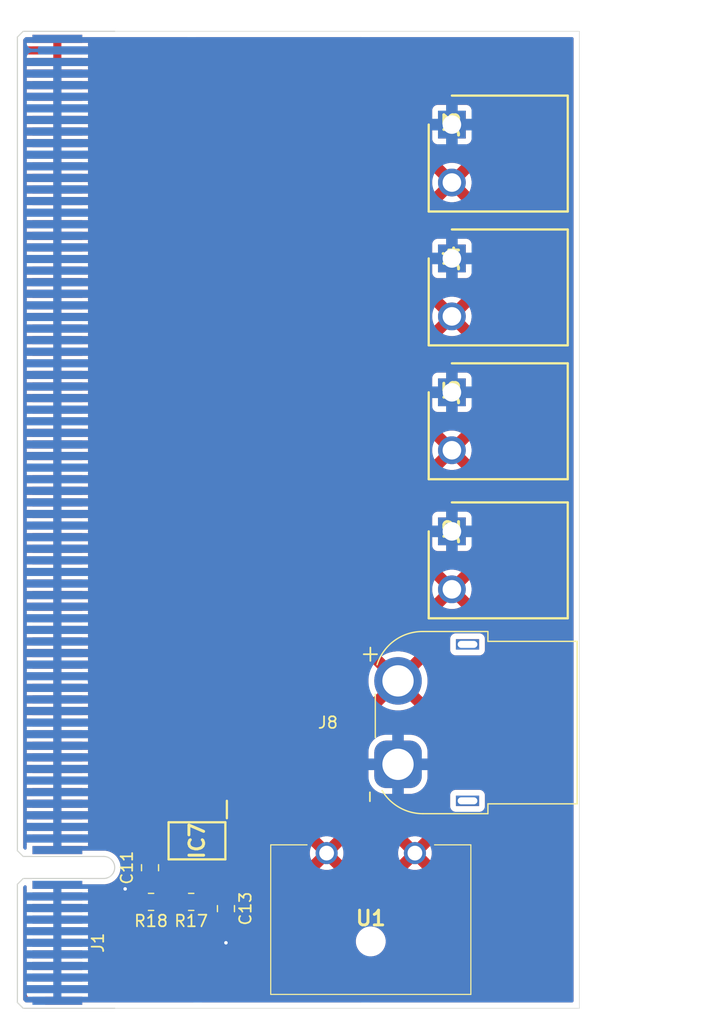
<source format=kicad_pcb>
(kicad_pcb (version 20241229) (generator "pcbnew") (generator_version "9.0")
  (layers (0 "F.Cu" signal) (2 "B.Cu" signal) (13 "F.Paste" user) (15 "B.Paste" user) (5 "F.SilkS" user "F.Silkscreen") (7 "B.SilkS" user "B.Silkscreen") (1 "F.Mask" user) (3 "B.Mask" user) (25 "Edge.Cuts" user))
  (net 0 "")
  (net 1 "Net-(IC7-FILTER)")
  (net 2 "GND")
  (net 3 "+5V")
  (net 4 "/14V8")
  (net 5 "/14V8_OUT")
  (net 6 "/SYS_V")
  (net 7 "/SYS_READ")
  (net 8 "/14V8_OUT_PROTECTED")
  (footprint "Resistor_SMD:R_0805_2012Metric" (layer "F.Cu") (at 53.0375 94.47 180)
    (property "Reference" "R18" (at 0 -1.65 0) (layer "F.SilkS"))
    (property "Value" "4k7" (hide yes))
    (fp_line (start -0.227064 0.735) (end 0.227064 0.735) (stroke (width 0.12)) (layer "F.SilkS"))
    (fp_line (start -0.227064 -0.735) (end 0.227064 -0.735) (stroke (width 0.12)) (layer "F.SilkS"))
    (pad "1" smd roundrect (at -0.9125 0 180) (size 1.025 1.4) (layers "F.Cu" "F.Mask" "F.Paste") (roundrect_rratio 0.243902) (net 7 "/SYS_READ"))
    (pad "2" smd roundrect (at 0.9125 0 180) (size 1.025 1.4) (layers "F.Cu" "F.Mask" "F.Paste") (roundrect_rratio 0.243902) (net 2 "GND"))
  )
  (footprint "iprl_footprints:01530007Z" (layer "F.Cu") (at 72 96)
    (property "Reference" "U1" (at 0 -0.121 0) (layer "F.SilkS") (effects (font (size 1.27 1.27) (thickness 0.254))))
    (property "Value" "01530007Z" (hide yes))
    (fp_line (start -8.636 -6.452) (end -8.636 6.452) (stroke (width 0.1)) (layer "F.SilkS"))
    (fp_line (start -8.636 6.452) (end 8.636 6.452) (stroke (width 0.1)) (layer "F.SilkS"))
    (fp_line (start -5.5 -6.452) (end -8.636 -6.452) (stroke (width 0.1)) (layer "F.SilkS"))
    (fp_line (start 8.636 -6.452) (end 5.5 -6.452) (stroke (width 0.1)) (layer "F.SilkS"))
    (fp_line (start 8.636 6.452) (end 8.636 -6.452) (stroke (width 0.1)) (layer "F.SilkS"))
    (pad "" np_thru_hole circle (at 0 1.88) (size 2.0828 2.0828) (drill 2.0828) (layers "*.Cu" "*.Mask"))
    (pad "1" thru_hole circle (at -3.81 -5.74) (size 1.905 1.905) (drill 1.27) (layers "*.Cu" "*.Mask") (net 5 "/14V8_OUT"))
    (pad "2" thru_hole circle (at 3.81 -5.74) (size 1.905 1.905) (drill 1.27) (layers "*.Cu" "*.Mask") (net 8 "/14V8_OUT_PROTECTED"))
  )
  (footprint "iprl_footprints:SOIC127P600X175-8N" (layer "F.Cu") (at 57 89.2 -90)
    (property "Reference" "IC7" (at 0 0 90) (layer "F.SilkS") (effects (font (size 1.27 1.27) (thickness 0.254))))
    (property "Value" "ACS712ELCTR-20A-T" (hide yes))
    (fp_line (start -1.6 2.45) (end -1.6 -2.45) (stroke (width 0.2)) (layer "F.SilkS"))
    (fp_line (start 1.6 2.45) (end -1.6 2.45) (stroke (width 0.2)) (layer "F.SilkS"))
    (fp_line (start -1.6 -2.45) (end 1.6 -2.45) (stroke (width 0.2)) (layer "F.SilkS"))
    (fp_line (start 1.6 -2.45) (end 1.6 2.45) (stroke (width 0.2)) (layer "F.SilkS"))
    (fp_line (start -3.45 -2.58) (end -1.95 -2.58) (stroke (width 0.2)) (layer "F.SilkS"))
    (pad "1" smd rect (at -2.7 -1.905) (size 0.65 1.5) (layers "F.Cu" "F.Mask" "F.Paste") (net 5 "/14V8_OUT"))
    (pad "2" smd rect (at -2.7 -0.635) (size 0.65 1.5) (layers "F.Cu" "F.Mask" "F.Paste") (net 5 "/14V8_OUT"))
    (pad "3" smd rect (at -2.7 0.635) (size 0.65 1.5) (layers "F.Cu" "F.Mask" "F.Paste") (net 4 "/14V8"))
    (pad "4" smd rect (at -2.7 1.905) (size 0.65 1.5) (layers "F.Cu" "F.Mask" "F.Paste") (net 4 "/14V8"))
    (pad "5" smd rect (at 2.7 1.905) (size 0.65 1.5) (layers "F.Cu" "F.Mask" "F.Paste") (net 2 "GND"))
    (pad "6" smd rect (at 2.7 0.635) (size 0.65 1.5) (layers "F.Cu" "F.Mask" "F.Paste") (net 1 "Net-(IC7-FILTER)"))
    (pad "7" smd rect (at 2.7 -0.635) (size 0.65 1.5) (layers "F.Cu" "F.Mask" "F.Paste") (net 6 "/SYS_V"))
    (pad "8" smd rect (at 2.7 -1.905) (size 0.65 1.5) (layers "F.Cu" "F.Mask" "F.Paste") (net 3 "+5V"))
  )
  (footprint "Connector_AMASS:AMASS_XT60PW-F_1x02_P7.20mm_Horizontal" (layer "F.Cu") (at 74.35 82.6 -90)
    (property "Reference" "J8" (at -3.6 6.05 180) (layer "F.SilkS"))
    (property "Value" "Conn_01x02")
    (fp_line (start -6.05 1.96) (end -2.31 1.96) (stroke (width 0.12)) (layer "F.SilkS"))
    (fp_line (start -11.46 -7.76) (end -11.46 -2.15) (stroke (width 0.12)) (layer "F.SilkS"))
    (fp_line (start -11.46 -7.76) (end -10.61 -7.76) (stroke (width 0.12)) (layer "F.SilkS"))
    (fp_line (start 3.41 -7.76) (end 4.26 -7.76) (stroke (width 0.12)) (layer "F.SilkS"))
    (fp_line (start 4.26 -7.76) (end 4.26 -2.15) (stroke (width 0.12)) (layer "F.SilkS"))
    (fp_line (start -10.61 -15.46) (end -10.61 -7.76) (stroke (width 0.12)) (layer "F.SilkS"))
    (fp_line (start -10.61 -15.46) (end 3.41 -15.46) (stroke (width 0.12)) (layer "F.SilkS"))
    (fp_line (start 3.41 -15.46) (end 3.41 -7.76) (stroke (width 0.12)) (layer "F.SilkS"))
    (fp_arc (start -8.5899 1.808718) (mid -10.677645 0.302568) (end -11.46 -2.15) (stroke (width 0.12)) (layer "F.SilkS"))
    (fp_arc (start 4.26 -2.15) (mid 3.727162 -0.126139) (end 2.266806 1.372958) (stroke (width 0.12)) (layer "F.SilkS"))
    (fp_text user "+" (at -9.5 2.5 90) (layer "F.SilkS") (effects (font (size 1.5 1.5))))
    (fp_text user "-" (at 2.8 2.5 90) (layer "F.SilkS"))
    (pad "" thru_hole rect (at -10.35 -6 270) (size 0.9 2) (drill oval 0.6 1.7) (layers "*.Cu" "*.Mask"))
    (pad "" thru_hole rect (at 3.15 -6 270) (size 0.9 2) (drill oval 0.6 1.7) (layers "*.Cu" "*.Mask"))
    (pad "1" thru_hole roundrect (at 0 0 270) (size 4.1 4.1) (drill 2.7) (layers "*.Cu" "*.Mask") (net 2 "GND"))
    (pad "2" thru_hole circle (at -7.2 0 270) (size 4.1 4.1) (drill 2.7) (layers "*.Cu" "*.Mask") (net 8 "/14V8_OUT_PROTECTED"))
  )
  (footprint "iprl_footprints:SHDR2W100P0X500_1X2_1000X1200X850P" (layer "F.Cu") (at 79 50.5 -90)
    (property "Reference" "J5" (at 0 0 90) (layer "F.SilkS") (effects (font (size 1.27 1.27) (thickness 0.254))))
    (property "Value" "691312710002" (hide yes))
    (fp_line (start 0 2) (end 7.5 2) (stroke (width 0.2)) (layer "F.SilkS"))
    (fp_line (start 7.5 2) (end 7.5 -10) (stroke (width 0.2)) (layer "F.SilkS"))
    (fp_line (start -2.5 -10) (end -2.5 0) (stroke (width 0.2)) (layer "F.SilkS"))
    (fp_line (start 7.5 -10) (end -2.5 -10) (stroke (width 0.2)) (layer "F.SilkS"))
    (pad "1" thru_hole rect (at 0 0 270) (size 2.4 2.4) (drill 1.6) (layers "*.Cu" "*.Mask") (net 2 "GND"))
    (pad "2" thru_hole circle (at 5 0 270) (size 2.4 2.4) (drill 1.6) (layers "*.Cu" "*.Mask") (net 8 "/14V8_OUT_PROTECTED"))
  )
  (footprint "Resistor_SMD:R_0805_2012Metric" (layer "F.Cu") (at 56.5 94.47 180)
    (property "Reference" "R17" (at 0 -1.65 0) (layer "F.SilkS"))
    (property "Value" "1k69" (hide yes))
    (fp_line (start -0.227064 0.735) (end 0.227064 0.735) (stroke (width 0.12)) (layer "F.SilkS"))
    (fp_line (start -0.227064 -0.735) (end 0.227064 -0.735) (stroke (width 0.12)) (layer "F.SilkS"))
    (pad "1" smd roundrect (at -0.9125 0 180) (size 1.025 1.4) (layers "F.Cu" "F.Mask" "F.Paste") (roundrect_rratio 0.243902) (net 6 "/SYS_V"))
    (pad "2" smd roundrect (at 0.9125 0 180) (size 1.025 1.4) (layers "F.Cu" "F.Mask" "F.Paste") (roundrect_rratio 0.243902) (net 7 "/SYS_READ"))
  )
  (footprint "iprl_footprints:SHDR2W100P0X500_1X2_1000X1200X850P" (layer "F.Cu") (at 79 27.4 -90)
    (property "Reference" "J3" (at 0 0 90) (layer "F.SilkS") (effects (font (size 1.27 1.27) (thickness 0.254))))
    (property "Value" "691312710002" (hide yes))
    (fp_line (start 0 2) (end 7.5 2) (stroke (width 0.2)) (layer "F.SilkS"))
    (fp_line (start 7.5 2) (end 7.5 -10) (stroke (width 0.2)) (layer "F.SilkS"))
    (fp_line (start -2.5 -10) (end -2.5 0) (stroke (width 0.2)) (layer "F.SilkS"))
    (fp_line (start 7.5 -10) (end -2.5 -10) (stroke (width 0.2)) (layer "F.SilkS"))
    (pad "1" thru_hole rect (at 0 0 270) (size 2.4 2.4) (drill 1.6) (layers "*.Cu" "*.Mask") (net 2 "GND"))
    (pad "2" thru_hole circle (at 5 0 270) (size 2.4 2.4) (drill 1.6) (layers "*.Cu" "*.Mask") (net 8 "/14V8_OUT_PROTECTED"))
  )
  (footprint "Capacitor_SMD:C_0805_2012Metric" (layer "F.Cu") (at 52.95 91.52 -90)
    (property "Reference" "C11" (at 0 2 90) (layer "F.SilkS"))
    (property "Value" "1n" (hide yes))
    (fp_line (start -0.261252 0.735) (end 0.261252 0.735) (stroke (width 0.12)) (layer "F.SilkS"))
    (fp_line (start -0.261252 -0.735) (end 0.261252 -0.735) (stroke (width 0.12)) (layer "F.SilkS"))
    (pad "1" smd roundrect (at -0.95 0 270) (size 1 1.45) (layers "F.Cu" "F.Mask" "F.Paste") (net 1 "Net-(IC7-FILTER)"))
    (pad "2" smd roundrect (at 0.95 0 270) (size 1 1.45) (layers "F.Cu" "F.Mask" "F.Paste") (net 2 "GND"))
  )
  (footprint "Capacitor_SMD:C_0805_2012Metric" (layer "F.Cu") (at 59.5 95.05 -90)
    (property "Reference" "C13" (at 0 -1.68 90) (layer "F.SilkS"))
    (property "Value" "100n" (hide yes))
    (fp_line (start -0.261252 0.735) (end 0.261252 0.735) (stroke (width 0.12)) (layer "F.SilkS"))
    (fp_line (start -0.261252 -0.735) (end 0.261252 -0.735) (stroke (width 0.12)) (layer "F.SilkS"))
    (pad "1" smd roundrect (at -0.95 0 270) (size 1 1.45) (layers "F.Cu" "F.Mask" "F.Paste") (net 3 "+5V"))
    (pad "2" smd roundrect (at 0.95 0 270) (size 1 1.45) (layers "F.Cu" "F.Mask" "F.Paste") (net 2 "GND"))
  )
  (footprint "iprl_footprints:SHDR2W100P0X500_1X2_1000X1200X850P" (layer "F.Cu") (at 79 38.95 -90)
    (property "Reference" "J4" (at 0 0 90) (layer "F.SilkS") (effects (font (size 1.27 1.27) (thickness 0.254))))
    (property "Value" "691312710002" (hide yes))
    (fp_line (start 0 2) (end 7.5 2) (stroke (width 0.2)) (layer "F.SilkS"))
    (fp_line (start 7.5 2) (end 7.5 -10) (stroke (width 0.2)) (layer "F.SilkS"))
    (fp_line (start -2.5 -10) (end -2.5 0) (stroke (width 0.2)) (layer "F.SilkS"))
    (fp_line (start 7.5 -10) (end -2.5 -10) (stroke (width 0.2)) (layer "F.SilkS"))
    (pad "1" thru_hole rect (at 0 0 270) (size 2.4 2.4) (drill 1.6) (layers "*.Cu" "*.Mask") (net 2 "GND"))
    (pad "2" thru_hole circle (at 5 0 270) (size 2.4 2.4) (drill 1.6) (layers "*.Cu" "*.Mask") (net 8 "/14V8_OUT_PROTECTED"))
  )
  (footprint "iprl_footprints:SHDR2W100P0X500_1X2_1000X1200X850P" (layer "F.Cu") (at 79 62.5 -90)
    (property "Reference" "J2" (at 0 0 90) (layer "F.SilkS") (effects (font (size 1.27 1.27) (thickness 0.254))))
    (property "Value" "691312710002" (hide yes))
    (fp_line (start 0 2) (end 7.5 2) (stroke (width 0.2)) (layer "F.SilkS"))
    (fp_line (start 7.5 2) (end 7.5 -10) (stroke (width 0.2)) (layer "F.SilkS"))
    (fp_line (start -2.5 -10) (end -2.5 0) (stroke (width 0.2)) (layer "F.SilkS"))
    (fp_line (start 7.5 -10) (end -2.5 -10) (stroke (width 0.2)) (layer "F.SilkS"))
    (pad "1" thru_hole rect (at 0 0 270) (size 2.4 2.4) (drill 1.6) (layers "*.Cu" "*.Mask") (net 2 "GND"))
    (pad "2" thru_hole circle (at 5 0 270) (size 2.4 2.4) (drill 1.6) (layers "*.Cu" "*.Mask") (net 8 "/14V8_OUT_PROTECTED"))
  )
  (footprint "Connector_PCBEdge:BUS_PCIexpress_x16" (layer "B.Cu") (at 44.95 103 90)
    (property "Reference" "J1" (at 5 3.5 270) (layer "F.SilkS"))
    (property "Value" "PCIE-164-02-F-D-TH-TR")
    (fp_line (start 12.95 -3.45) (end 83.15 -3.45) (stroke (width 0.1)) (layer "Edge.Cuts"))
    (fp_line (start -0.15 -3.45) (end 10.05 -3.45) (stroke (width 0.1)) (layer "Edge.Cuts"))
    (fp_line (start 83.65 -2.95) (end 83.15 -3.45) (stroke (width 0.1)) (layer "Edge.Cuts"))
    (fp_line (start 12.45 -2.95) (end 12.95 -3.45) (stroke (width 0.1)) (layer "Edge.Cuts"))
    (fp_line (start 10.55 -2.95) (end 10.05 -3.45) (stroke (width 0.1)) (layer "Edge.Cuts"))
    (fp_line (start -0.65 -2.95) (end -0.15 -3.45) (stroke (width 0.1)) (layer "Edge.Cuts"))
    (fp_line (start 12.45 4) (end 12.45 -2.95) (stroke (width 0.1)) (layer "Edge.Cuts"))
    (fp_line (start 10.55 4) (end 10.55 -2.95) (stroke (width 0.1)) (layer "Edge.Cuts"))
    (fp_line (start 83.65 4.95) (end 83.65 -2.95) (stroke (width 0.1)) (layer "Edge.Cuts"))
    (fp_line (start -0.65 4.95) (end -0.65 -2.95) (stroke (width 0.1)) (layer "Edge.Cuts"))
    (fp_arc (start 12.45 4) (mid 11.5 4.95) (end 10.55 4) (stroke (width 0.1)) (layer "Edge.Cuts"))
    (pad "A1" connect rect (at 0 0.55 90) (size 0.7 3.2) (layers "F.Cu" "F.Mask") (net 7 "/SYS_READ"))
    (pad "A2" connect rect (at 1 0 90) (size 0.7 4.3) (layers "F.Cu" "F.Mask") (net 7 "/SYS_READ"))
    (pad "A3" connect rect (at 2 0 90) (size 0.7 4.3) (layers "F.Cu" "F.Mask") (net 7 "/SYS_READ"))
    (pad "A4" connect rect (at 3 0 90) (size 0.7 4.3) (layers "F.Cu" "F.Mask") (net 7 "/SYS_READ"))
    (pad "A5" connect rect (at 4 0 90) (size 0.7 4.3) (layers "F.Cu" "F.Mask") (net 7 "/SYS_READ"))
    (pad "A6" connect rect (at 5 0 90) (size 0.7 4.3) (layers "F.Cu" "F.Mask") (net 7 "/SYS_READ"))
    (pad "A7" connect rect (at 6 0 90) (size 0.7 4.3) (layers "F.Cu" "F.Mask") (net 7 "/SYS_READ"))
    (pad "A8" connect rect (at 7 0 90) (size 0.7 4.3) (layers "F.Cu" "F.Mask") (net 7 "/SYS_READ"))
    (pad "A9" connect rect (at 8 0 90) (size 0.7 4.3) (layers "F.Cu" "F.Mask") (net 7 "/SYS_READ"))
    (pad "A10" connect rect (at 9 0 90) (size 0.7 4.3) (layers "F.Cu" "F.Mask") (net 7 "/SYS_READ"))
    (pad "A11" connect rect (at 10 0 90) (size 0.7 4.3) (layers "F.Cu" "F.Mask") (net 7 "/SYS_READ"))
    (pad "A12" connect rect (at 13 0 90) (size 0.7 4.3) (layers "F.Cu" "F.Mask") (net 4 "/14V8"))
    (pad "A13" connect rect (at 14 0 90) (size 0.7 4.3) (layers "F.Cu" "F.Mask") (net 4 "/14V8"))
    (pad "A14" connect rect (at 15 0 90) (size 0.7 4.3) (layers "F.Cu" "F.Mask") (net 4 "/14V8"))
    (pad "A15" connect rect (at 16 0 90) (size 0.7 4.3) (layers "F.Cu" "F.Mask") (net 4 "/14V8"))
    (pad "A16" connect rect (at 17 0 90) (size 0.7 4.3) (layers "F.Cu" "F.Mask") (net 4 "/14V8"))
    (pad "A17" connect rect (at 18 0 90) (size 0.7 4.3) (layers "F.Cu" "F.Mask") (net 4 "/14V8"))
    (pad "A18" connect rect (at 19 0 90) (size 0.7 4.3) (layers "F.Cu" "F.Mask") (net 4 "/14V8"))
    (pad "A19" connect rect (at 20 0 90) (size 0.7 4.3) (layers "F.Cu" "F.Mask") (net 4 "/14V8"))
    (pad "A20" connect rect (at 21 0 90) (size 0.7 4.3) (layers "F.Cu" "F.Mask") (net 4 "/14V8"))
    (pad "A21" connect rect (at 22 0 90) (size 0.7 4.3) (layers "F.Cu" "F.Mask") (net 4 "/14V8"))
    (pad "A22" connect rect (at 23 0 90) (size 0.7 4.3) (layers "F.Cu" "F.Mask") (net 4 "/14V8"))
    (pad "A23" connect rect (at 24 0 90) (size 0.7 4.3) (layers "F.Cu" "F.Mask") (net 4 "/14V8"))
    (pad "A24" connect rect (at 25 0 90) (size 0.7 4.3) (layers "F.Cu" "F.Mask") (net 4 "/14V8"))
    (pad "A25" connect rect (at 26 0 90) (size 0.7 4.3) (layers "F.Cu" "F.Mask") (net 4 "/14V8"))
    (pad "A26" connect rect (at 27 0 90) (size 0.7 4.3) (layers "F.Cu" "F.Mask") (net 4 "/14V8"))
    (pad "A27" connect rect (at 28 0 90) (size 0.7 4.3) (layers "F.Cu" "F.Mask") (net 4 "/14V8"))
    (pad "A28" connect rect (at 29 0 90) (size 0.7 4.3) (layers "F.Cu" "F.Mask") (net 4 "/14V8"))
    (pad "A29" connect rect (at 30 0 90) (size 0.7 4.3) (layers "F.Cu" "F.Mask") (net 4 "/14V8"))
    (pad "A30" connect rect (at 31 0 90) (size 0.7 4.3) (layers "F.Cu" "F.Mask") (net 4 "/14V8"))
    (pad "A31" connect rect (at 32 0 90) (size 0.7 4.3) (layers "F.Cu" "F.Mask") (net 4 "/14V8"))
    (pad "A32" connect rect (at 33 0 90) (size 0.7 4.3) (layers "F.Cu" "F.Mask") (net 4 "/14V8"))
    (pad "A33" connect rect (at 34 0 90) (size 0.7 4.3) (layers "F.Cu" "F.Mask") (net 4 "/14V8"))
    (pad "A34" connect rect (at 35 0 90) (size 0.7 4.3) (layers "F.Cu" "F.Mask") (net 4 "/14V8"))
    (pad "A35" connect rect (at 36 0 90) (size 0.7 4.3) (layers "F.Cu" "F.Mask") (net 4 "/14V8"))
    (pad "A36" connect rect (at 37 0 90) (size 0.7 4.3) (layers "F.Cu" "F.Mask") (net 4 "/14V8"))
    (pad "A37" connect rect (at 38 0 90) (size 0.7 4.3) (layers "F.Cu" "F.Mask") (net 4 "/14V8"))
    (pad "A38" connect rect (at 39 0 90) (size 0.7 4.3) (layers "F.Cu" "F.Mask") (net 4 "/14V8"))
    (pad "A39" connect rect (at 40 0 90) (size 0.7 4.3) (layers "F.Cu" "F.Mask") (net 4 "/14V8"))
    (pad "A40" connect rect (at 41 0 90) (size 0.7 4.3) (layers "F.Cu" "F.Mask") (net 4 "/14V8"))
    (pad "A41" connect rect (at 42 0 90) (size 0.7 4.3) (layers "F.Cu" "F.Mask") (net 4 "/14V8"))
    (pad "A42" connect rect (at 43 0 90) (size 0.7 4.3) (layers "F.Cu" "F.Mask") (net 4 "/14V8"))
    (pad "A43" connect rect (at 44 0 90) (size 0.7 4.3) (layers "F.Cu" "F.Mask") (net 4 "/14V8"))
    (pad "A44" connect rect (at 45 0 90) (size 0.7 4.3) (layers "F.Cu" "F.Mask") (net 4 "/14V8"))
    (pad "A45" connect rect (at 46 0 90) (size 0.7 4.3) (layers "F.Cu" "F.Mask") (net 4 "/14V8"))
    (pad "A46" connect rect (at 47 0 90) (size 0.7 4.3) (layers "F.Cu" "F.Mask") (net 4 "/14V8"))
    (pad "A47" connect rect (at 48 0 90) (size 0.7 4.3) (layers "F.Cu" "F.Mask") (net 4 "/14V8"))
    (pad "A48" connect rect (at 49 0 90) (size 0.7 4.3) (layers "F.Cu" "F.Mask") (net 4 "/14V8"))
    (pad "A49" connect rect (at 50 0 90) (size 0.7 4.3) (layers "F.Cu" "F.Mask") (net 4 "/14V8"))
    (pad "A50" connect rect (at 51 0 90) (size 0.7 4.3) (layers "F.Cu" "F.Mask") (net 4 "/14V8"))
    (pad "A51" connect rect (at 52 0 90) (size 0.7 4.3) (layers "F.Cu" "F.Mask") (net 4 "/14V8"))
    (pad "A52" connect rect (at 53 0 90) (size 0.7 4.3) (layers "F.Cu" "F.Mask") (net 4 "/14V8"))
    (pad "A53" connect rect (at 54 0 90) (size 0.7 4.3) (layers "F.Cu" "F.Mask") (net 4 "/14V8"))
    (pad "A54" connect rect (at 55 0 90) (size 0.7 4.3) (layers "F.Cu" "F.Mask") (net 4 "/14V8"))
    (pad "A55" connect rect (at 56 0 90) (size 0.7 4.3) (layers "F.Cu" "F.Mask") (net 4 "/14V8"))
    (pad "A56" connect rect (at 57 0 90) (size 0.7 4.3) (layers "F.Cu" "F.Mask") (net 4 "/14V8"))
    (pad "A57" connect rect (at 58 0 90) (size 0.7 4.3) (layers "F.Cu" "F.Mask") (net 4 "/14V8"))
    (pad "A58" connect rect (at 59 0 90) (size 0.7 4.3) (layers "F.Cu" "F.Mask") (net 4 "/14V8"))
    (pad "A59" connect rect (at 60 0 90) (size 0.7 4.3) (layers "F.Cu" "F.Mask") (net 4 "/14V8"))
    (pad "A60" connect rect (at 61 0 90) (size 0.7 4.3) (layers "F.Cu" "F.Mask") (net 4 "/14V8"))
    (pad "A61" connect rect (at 62 0 90) (size 0.7 4.3) (layers "F.Cu" "F.Mask") (net 4 "/14V8"))
    (pad "A62" connect rect (at 63 0 90) (size 0.7 4.3) (layers "F.Cu" "F.Mask") (net 4 "/14V8"))
    (pad "A63" connect rect (at 64 0 90) (size 0.7 4.3) (layers "F.Cu" "F.Mask") (net 4 "/14V8"))
    (pad "A64" connect rect (at 65 0 90) (size 0.7 4.3) (layers "F.Cu" "F.Mask") (net 4 "/14V8"))
    (pad "A65" connect rect (at 66 0 90) (size 0.7 4.3) (layers "F.Cu" "F.Mask") (net 4 "/14V8"))
    (pad "A66" connect rect (at 67 0 90) (size 0.7 4.3) (layers "F.Cu" "F.Mask") (net 4 "/14V8"))
    (pad "A67" connect rect (at 68 0 90) (size 0.7 4.3) (layers "F.Cu" "F.Mask") (net 4 "/14V8"))
    (pad "A68" connect rect (at 69 0 90) (size 0.7 4.3) (layers "F.Cu" "F.Mask") (net 4 "/14V8"))
    (pad "A69" connect rect (at 70 0 90) (size 0.7 4.3) (layers "F.Cu" "F.Mask") (net 4 "/14V8"))
    (pad "A70" connect rect (at 71 0 90) (size 0.7 4.3) (layers "F.Cu" "F.Mask") (net 4 "/14V8"))
    (pad "A71" connect rect (at 72 0 90) (size 0.7 4.3) (layers "F.Cu" "F.Mask") (net 4 "/14V8"))
    (pad "A72" connect rect (at 73 0 90) (size 0.7 4.3) (layers "F.Cu" "F.Mask") (net 4 "/14V8"))
    (pad "A73" connect rect (at 74 0 90) (size 0.7 4.3) (layers "F.Cu" "F.Mask") (net 4 "/14V8"))
    (pad "A74" connect rect (at 75 0 90) (size 0.7 4.3) (layers "F.Cu" "F.Mask") (net 4 "/14V8"))
    (pad "A75" connect rect (at 76 0 90) (size 0.7 4.3) (layers "F.Cu" "F.Mask") (net 4 "/14V8"))
    (pad "A76" connect rect (at 77 0 90) (size 0.7 4.3) (layers "F.Cu" "F.Mask") (net 4 "/14V8"))
    (pad "A77" connect rect (at 78 0 90) (size 0.7 4.3) (layers "F.Cu" "F.Mask") (net 4 "/14V8"))
    (pad "A78" connect rect (at 79 0 90) (size 0.7 4.3) (layers "F.Cu" "F.Mask") (net 4 "/14V8"))
    (pad "A79" connect rect (at 80 0 90) (size 0.7 4.3) (layers "F.Cu" "F.Mask") (net 4 "/14V8"))
    (pad "A80" connect rect (at 81 0 90) (size 0.7 4.3) (layers "F.Cu" "F.Mask") (net 4 "/14V8"))
    (pad "A81" connect rect (at 82 0 90) (size 0.7 4.3) (layers "F.Cu" "F.Mask") (net 4 "/14V8"))
    (pad "A82" connect rect (at 83 0 90) (size 0.7 4.3) (layers "F.Cu" "F.Mask") (net 4 "/14V8"))
    (pad "B1" connect rect (at 0 0 90) (size 0.7 4.3) (layers "B.Cu" "B.Mask") (net 2 "GND"))
    (pad "B2" connect rect (at 1 0 90) (size 0.7 4.3) (layers "B.Cu" "B.Mask") (net 2 "GND"))
    (pad "B3" connect rect (at 2 0 90) (size 0.7 4.3) (layers "B.Cu" "B.Mask") (net 2 "GND"))
    (pad "B4" connect rect (at 3 0 90) (size 0.7 4.3) (layers "B.Cu" "B.Mask") (net 2 "GND"))
    (pad "B5" connect rect (at 4 0 90) (size 0.7 4.3) (layers "B.Cu" "B.Mask") (net 2 "GND"))
    (pad "B6" connect rect (at 5 0 90) (size 0.7 4.3) (layers "B.Cu" "B.Mask") (net 2 "GND"))
    (pad "B7" connect rect (at 6 0 90) (size 0.7 4.3) (layers "B.Cu" "B.Mask") (net 2 "GND"))
    (pad "B8" connect rect (at 7 0 90) (size 0.7 4.3) (layers "B.Cu" "B.Mask") (net 2 "GND"))
    (pad "B9" connect rect (at 8 0 90) (size 0.7 4.3) (layers "B.Cu" "B.Mask") (net 2 "GND"))
    (pad "B10" connect rect (at 9 0 90) (size 0.7 4.3) (layers "B.Cu" "B.Mask") (net 2 "GND"))
    (pad "B11" connect rect (at 10 0 90) (size 0.7 4.3) (layers "B.Cu" "B.Mask") (net 2 "GND"))
    (pad "B12" connect rect (at 13 0 90) (size 0.7 4.3) (layers "B.Cu" "B.Mask") (net 2 "GND"))
    (pad "B13" connect rect (at 14 0 90) (size 0.7 4.3) (layers "B.Cu" "B.Mask") (net 2 "GND"))
    (pad "B14" connect rect (at 15 0 90) (size 0.7 4.3) (layers "B.Cu" "B.Mask") (net 2 "GND"))
    (pad "B15" connect rect (at 16 0 90) (size 0.7 4.3) (layers "B.Cu" "B.Mask") (net 2 "GND"))
    (pad "B16" connect rect (at 17 0 90) (size 0.7 4.3) (layers "B.Cu" "B.Mask") (net 2 "GND"))
    (pad "B17" connect rect (at 18 0 90) (size 0.7 4.3) (layers "B.Cu" "B.Mask") (net 2 "GND"))
    (pad "B18" connect rect (at 19 0 90) (size 0.7 4.3) (layers "B.Cu" "B.Mask") (net 2 "GND"))
    (pad "B19" connect rect (at 20 0 90) (size 0.7 4.3) (layers "B.Cu" "B.Mask") (net 2 "GND"))
    (pad "B20" connect rect (at 21 0 90) (size 0.7 4.3) (layers "B.Cu" "B.Mask") (net 2 "GND"))
    (pad "B21" connect rect (at 22 0 90) (size 0.7 4.3) (layers "B.Cu" "B.Mask") (net 2 "GND"))
    (pad "B22" connect rect (at 23 0 90) (size 0.7 4.3) (layers "B.Cu" "B.Mask") (net 2 "GND"))
    (pad "B23" connect rect (at 24 0 90) (size 0.7 4.3) (layers "B.Cu" "B.Mask") (net 2 "GND"))
    (pad "B24" connect rect (at 25 0 90) (size 0.7 4.3) (layers "B.Cu" "B.Mask") (net 2 "GND"))
    (pad "B25" connect rect (at 26 0 90) (size 0.7 4.3) (layers "B.Cu" "B.Mask") (net 2 "GND"))
    (pad "B26" connect rect (at 27 0 90) (size 0.7 4.3) (layers "B.Cu" "B.Mask") (net 2 "GND"))
    (pad "B27" connect rect (at 28 0 90) (size 0.7 4.3) (layers "B.Cu" "B.Mask") (net 2 "GND"))
    (pad "B28" connect rect (at 29 0 90) (size 0.7 4.3) (layers "B.Cu" "B.Mask") (net 2 "GND"))
    (pad "B29" connect rect (at 30 0 90) (size 0.7 4.3) (layers "B.Cu" "B.Mask") (net 2 "GND"))
    (pad "B30" connect rect (at 31 0 90) (size 0.7 4.3) (layers "B.Cu" "B.Mask") (net 2 "GND"))
    (pad "B31" connect rect (at 32 0 90) (size 0.7 4.3) (layers "B.Cu" "B.Mask") (net 2 "GND"))
    (pad "B32" connect rect (at 33 0 90) (size 0.7 4.3) (layers "B.Cu" "B.Mask") (net 2 "GND"))
    (pad "B33" connect rect (at 34 0 90) (size 0.7 4.3) (layers "B.Cu" "B.Mask") (net 2 "GND"))
    (pad "B34" connect rect (at 35 0 90) (size 0.7 4.3) (layers "B.Cu" "B.Mask") (net 2 "GND"))
    (pad "B35" connect rect (at 36 0 90) (size 0.7 4.3) (layers "B.Cu" "B.Mask") (net 2 "GND"))
    (pad "B36" connect rect (at 37 0 90) (size 0.7 4.3) (layers "B.Cu" "B.Mask") (net 2 "GND"))
    (pad "B37" connect rect (at 38 0 90) (size 0.7 4.3) (layers "B.Cu" "B.Mask") (net 2 "GND"))
    (pad "B38" connect rect (at 39 0 90) (size 0.7 4.3) (layers "B.Cu" "B.Mask") (net 2 "GND"))
    (pad "B39" connect rect (at 40 0 90) (size 0.7 4.3) (layers "B.Cu" "B.Mask") (net 2 "GND"))
    (pad "B40" connect rect (at 41 0 90) (size 0.7 4.3) (layers "B.Cu" "B.Mask") (net 2 "GND"))
    (pad "B41" connect rect (at 42 0 90) (size 0.7 4.3) (layers "B.Cu" "B.Mask") (net 2 "GND"))
    (pad "B42" connect rect (at 43 0 90) (size 0.7 4.3) (layers "B.Cu" "B.Mask") (net 2 "GND"))
    (pad "B43" connect rect (at 44 0 90) (size 0.7 4.3) (layers "B.Cu" "B.Mask") (net 2 "GND"))
    (pad "B44" connect rect (at 45 0 90) (size 0.7 4.3) (layers "B.Cu" "B.Mask") (net 2 "GND"))
    (pad "B45" connect rect (at 46 0 90) (size 0.7 4.3) (layers "B.Cu" "B.Mask") (net 2 "GND"))
    (pad "B46" connect rect (at 47 0 90) (size 0.7 4.3) (layers "B.Cu" "B.Mask") (net 2 "GND"))
    (pad "B47" connect rect (at 48 0 90) (size 0.7 4.3) (layers "B.Cu" "B.Mask") (net 2 "GND"))
    (pad "B48" connect rect (at 49 0 90) (size 0.7 4.3) (layers "B.Cu" "B.Mask") (net 2 "GND"))
    (pad "B49" connect rect (at 50 0 90) (size 0.7 4.3) (layers "B.Cu" "B.Mask") (net 2 "GND"))
    (pad "B50" connect rect (at 51 0 90) (size 0.7 4.3) (layers "B.Cu" "B.Mask") (net 2 "GND"))
    (pad "B51" connect rect (at 52 0 90) (size 0.7 4.3) (layers "B.Cu" "B.Mask") (net 2 "GND"))
    (pad "B52" connect rect (at 53 0 90) (size 0.7 4.3) (layers "B.Cu" "B.Mask") (net 2 "GND"))
    (pad "B53" connect rect (at 54 0 90) (size 0.7 4.3) (layers "B.Cu" "B.Mask") (net 2 "GND"))
    (pad "B54" connect rect (at 55 0 90) (size 0.7 4.3) (layers "B.Cu" "B.Mask") (net 2 "GND"))
    (pad "B55" connect rect (at 56 0 90) (size 0.7 4.3) (layers "B.Cu" "B.Mask") (net 2 "GND"))
    (pad "B56" connect rect (at 57 0 90) (size 0.7 4.3) (layers "B.Cu" "B.Mask") (net 2 "GND"))
    (pad "B57" connect rect (at 58 0 90) (size 0.7 4.3) (layers "B.Cu" "B.Mask") (net 2 "GND"))
    (pad "B58" connect rect (at 59 0 90) (size 0.7 4.3) (layers "B.Cu" "B.Mask") (net 2 "GND"))
    (pad "B59" connect rect (at 60 0 90) (size 0.7 4.3) (layers "B.Cu" "B.Mask") (net 2 "GND"))
    (pad "B60" connect rect (at 61 0 90) (size 0.7 4.3) (layers "B.Cu" "B.Mask") (net 2 "GND"))
    (pad "B61" connect rect (at 62 0 90) (size 0.7 4.3) (layers "B.Cu" "B.Mask") (net 2 "GND"))
    (pad "B62" connect rect (at 63 0 90) (size 0.7 4.3) (layers "B.Cu" "B.Mask") (net 2 "GND"))
    (pad "B63" connect rect (at 64 0 90) (size 0.7 4.3) (layers "B.Cu" "B.Mask") (net 2 "GND"))
    (pad "B64" connect rect (at 65 0 90) (size 0.7 4.3) (layers "B.Cu" "B.Mask") (net 2 "GND"))
    (pad "B65" connect rect (at 66 0 90) (size 0.7 4.3) (layers "B.Cu" "B.Mask") (net 2 "GND"))
    (pad "B66" connect rect (at 67 0 90) (size 0.7 4.3) (layers "B.Cu" "B.Mask") (net 2 "GND"))
    (pad "B67" connect rect (at 68 0 90) (size 0.7 4.3) (layers "B.Cu" "B.Mask") (net 2 "GND"))
    (pad "B68" connect rect (at 69 0 90) (size 0.7 4.3) (layers "B.Cu" "B.Mask") (net 2 "GND"))
    (pad "B69" connect rect (at 70 0 90) (size 0.7 4.3) (layers "B.Cu" "B.Mask") (net 2 "GND"))
    (pad "B70" connect rect (at 71 0 90) (size 0.7 4.3) (layers "B.Cu" "B.Mask") (net 2 "GND"))
    (pad "B71" connect rect (at 72 0 90) (size 0.7 4.3) (layers "B.Cu" "B.Mask") (net 2 "GND"))
    (pad "B72" connect rect (at 73 0 90) (size 0.7 4.3) (layers "B.Cu" "B.Mask") (net 2 "GND"))
    (pad "B73" connect rect (at 74 0 90) (size 0.7 4.3) (layers "B.Cu" "B.Mask") (net 2 "GND"))
    (pad "B74" connect rect (at 75 0 90) (size 0.7 4.3) (layers "B.Cu" "B.Mask") (net 2 "GND"))
    (pad "B75" connect rect (at 76 0 90) (size 0.7 4.3) (layers "B.Cu" "B.Mask") (net 2 "GND"))
    (pad "B76" connect rect (at 77 0 90) (size 0.7 4.3) (layers "B.Cu" "B.Mask") (net 2 "GND"))
    (pad "B77" connect rect (at 78 0 90) (size 0.7 4.3) (layers "B.Cu" "B.Mask") (net 2 "GND"))
    (pad "B78" connect rect (at 79 0 90) (size 0.7 4.3) (layers "B.Cu" "B.Mask") (net 2 "GND"))
    (pad "B79" connect rect (at 80 0 90) (size 0.7 4.3) (layers "B.Cu" "B.Mask") (net 2 "GND"))
    (pad "B80" connect rect (at 81 0 90) (size 0.7 4.3) (layers "B.Cu" "B.Mask") (net 2 "GND"))
    (pad "B81" connect rect (at 82 0.55 90) (size 0.7 3.2) (layers "B.Cu" "B.Mask") (net 2 "GND"))
    (pad "B82" connect rect (at 83 0 90) (size 0.7 4.3) (layers "B.Cu" "B.Mask") (net 2 "GND"))
  )
  (gr_line (start 49.9 103.65) (end 90 103.65) (stroke (width 0.05)) (layer "Edge.Cuts"))
  (gr_line (start 90 103.65) (end 90 19.35) (stroke (width 0.05)) (layer "Edge.Cuts"))
  (gr_line (start 49.9 19.35) (end 90 19.35) (stroke (width 0.05)) (layer "Edge.Cuts"))
  (segment (start 55.742 90.57) (end 56.365 91.193) (width 0.5) (layer "F.Cu") (net 1))
  (segment (start 56.365 91.193) (end 56.365 91.9) (width 0.5) (layer "F.Cu") (net 1))
  (segment (start 52.95 90.57) (end 55.742 90.57) (width 0.5) (layer "F.Cu") (net 1))
  (segment (start 54.525 92.47) (end 55.095 91.9) (width 0.5) (layer "F.Cu") (net 2))
  (segment (start 52.125 94.47) (end 51.92 94.47) (width 0.5) (layer "F.Cu") (net 2))
  (segment (start 52.125 94.47) (end 52.125 93.295) (width 0.5) (layer "F.Cu") (net 2))
  (segment (start 59.5 96) (end 59.5 98) (width 0.5) (layer "F.Cu") (net 2))
  (segment (start 52.125 93.295) (end 52.95 92.47) (width 0.5) (layer "F.Cu") (net 2))
  (segment (start 51.92 94.47) (end 50.8 93.35) (width 0.5) (layer "F.Cu") (net 2))
  (segment (start 52.95 92.47) (end 54.525 92.47) (width 0.5) (layer "F.Cu") (net 2))
  (via (at 50.8 93.35) (size 0.45) (drill 0.3) (layers "F.Cu" "B.Cu") (net 2))
  (via (at 59.5 98) (size 0.45) (drill 0.3) (layers "F.Cu" "B.Cu") (net 2))
  (segment (start 58.905 93.505) (end 59.5 94.1) (width 0.5) (layer "F.Cu") (net 3))
  (segment (start 58.905 91.9) (end 58.905 93.505) (width 0.5) (layer "F.Cu") (net 3))
  (segment (start 57.635 91.9) (end 57.635 94.2475) (width 0.5) (layer "F.Cu") (net 6))
  (segment (start 57.635 94.2475) (end 57.4125 94.47) (width 0.5) (layer "F.Cu") (net 6))
  (segment (start 53.95 94.47) (end 55.5875 94.47) (width 1.5) (layer "F.Cu") (net 7))
  (zone (net 8) (net_name "/14V8_OUT_PROTECTED") (layer "F.Cu") (priority 3) (connect_pads (clearance 0.5)) (min_thickness 0.25) (fill yes (thermal_gap 0.5) (thermal_bridge_width 1))
    (polygon (pts (xy 71.8 104.496815) (xy 101.2 104.45) (xy 100.85 16.65) (xy 71.8 17.44525)))
  )
  (zone (net 4) (net_name "/14V8") (layer "F.Cu") (priority 1) (connect_pads (clearance 0.5)) (min_thickness 0.25) (fill yes (thermal_gap 0.5) (thermal_bridge_width 1))
    (polygon (pts (xy 40.5 91.5) (xy 53.5 91.5) (xy 56 89.2) (xy 56.8 89.2) (xy 56.8 17.5) (xy 40.5 17.5)))
  )
  (zone (net 5) (net_name "/14V8_OUT") (layer "F.Cu") (priority 1) (connect_pads (clearance 0.5)) (min_thickness 0.25) (fill yes (thermal_gap 0.5) (thermal_bridge_width 1))
    (polygon (pts (xy 56.8 104.2) (xy 71.8 104.2) (xy 71.8 17.5) (xy 56.8 17.5)))
  )
  (zone (net 7) (net_name "/SYS_READ") (layer "F.Cu") (priority 2) (connect_pads (clearance 0.5)) (min_thickness 0.25) (fill yes (thermal_gap 0.5) (thermal_bridge_width 0.5))
    (polygon (pts (xy 40.5 91.5) (xy 56.8 91.5163) (xy 56.8 104.5) (xy 40.5 104.5)))
  )
  (zone (net 2) (net_name "GND") (layer "B.Cu") (connect_pads (clearance 0.5)) (min_thickness 0.25) (fill yes (thermal_gap 0.5) (thermal_bridge_width 1))
    (polygon (pts (xy 102.5 17.5) (xy 40 17.5) (xy 40 105) (xy 102.5 105)))
  )
)
</source>
